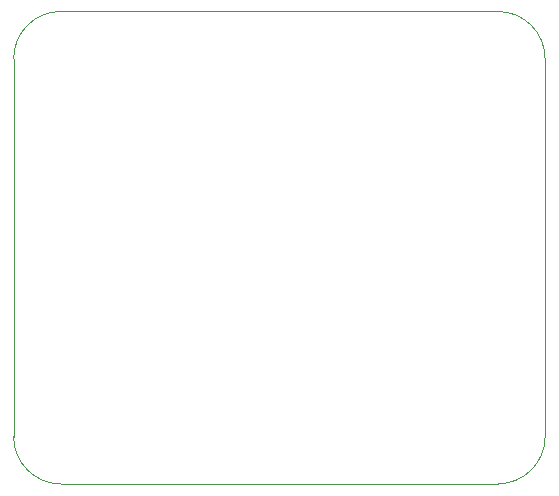
<source format=gbr>
%TF.GenerationSoftware,KiCad,Pcbnew,8.0.8-8.0.8-0~ubuntu24.04.1*%
%TF.CreationDate,2025-02-20T16:37:28+05:30*%
%TF.ProjectId,STM32_BT_IMU,53544d33-325f-4425-945f-494d552e6b69,rev?*%
%TF.SameCoordinates,Original*%
%TF.FileFunction,Profile,NP*%
%FSLAX46Y46*%
G04 Gerber Fmt 4.6, Leading zero omitted, Abs format (unit mm)*
G04 Created by KiCad (PCBNEW 8.0.8-8.0.8-0~ubuntu24.04.1) date 2025-02-20 16:37:28*
%MOMM*%
%LPD*%
G01*
G04 APERTURE LIST*
%TA.AperFunction,Profile*%
%ADD10C,0.050000*%
%TD*%
G04 APERTURE END LIST*
D10*
X50000000Y-72000000D02*
X50000000Y-104000000D01*
X54000000Y-68000000D02*
X91000000Y-68000000D01*
X54000000Y-108000000D02*
G75*
G02*
X50000000Y-104000000I0J4000000D01*
G01*
X54000000Y-108000000D02*
X91000000Y-108000000D01*
X91000000Y-68000000D02*
G75*
G02*
X95000000Y-72000000I0J-4000000D01*
G01*
X95000000Y-104000000D02*
G75*
G02*
X91000000Y-108000000I-4000000J0D01*
G01*
X50000000Y-72000000D02*
G75*
G02*
X54000000Y-68000000I4000000J0D01*
G01*
X95000000Y-72000000D02*
X95000000Y-104000000D01*
M02*

</source>
